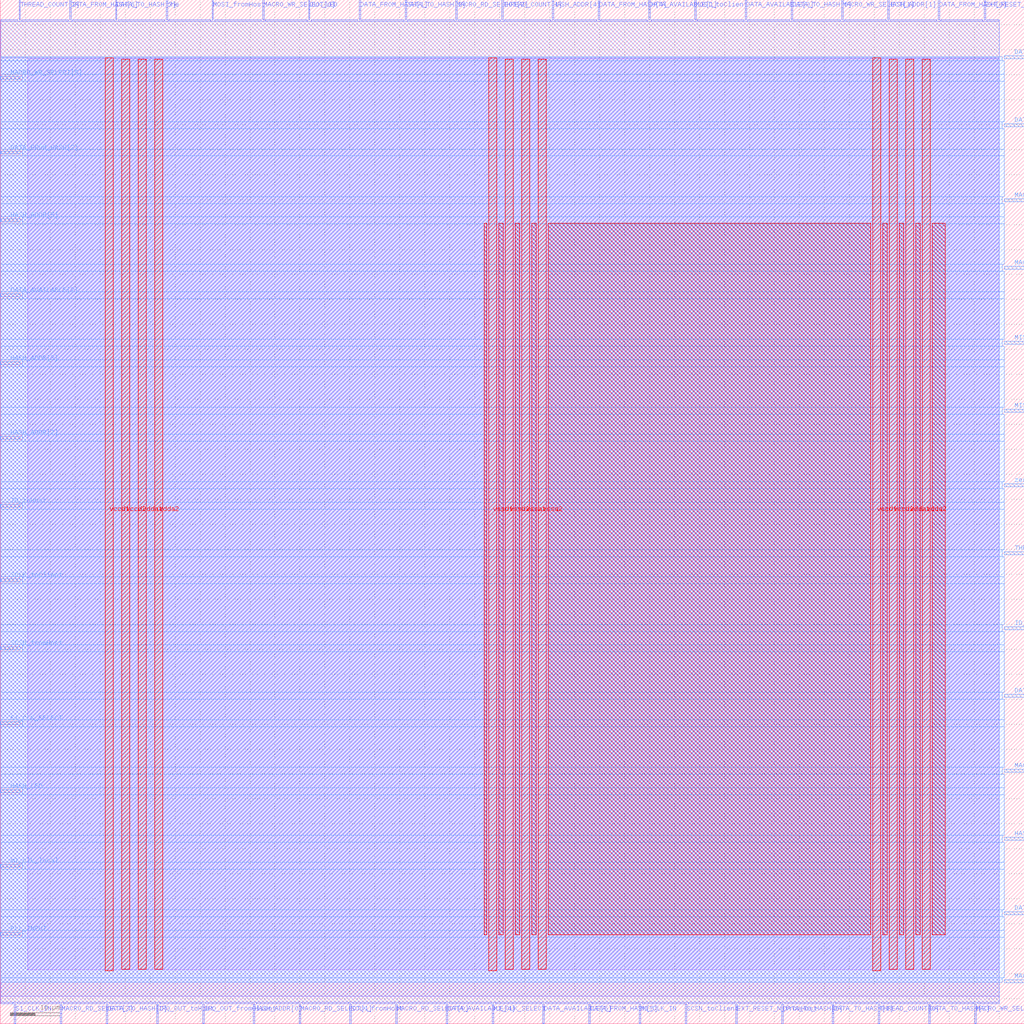
<source format=lef>
VERSION 5.7 ;
  NOWIREEXTENSIONATPIN ON ;
  DIVIDERCHAR "/" ;
  BUSBITCHARS "[]" ;
MACRO decred_controller
  CLASS BLOCK ;
  FOREIGN decred_controller ;
  ORIGIN 0.000 0.000 ;
  SIZE 205.000 BY 205.000 ;
  PIN CLK_LED
    DIRECTION OUTPUT TRISTATE ;
    USE SIGNAL ;
    PORT
      LAYER met2 ;
        RECT 61.730 201.000 62.010 205.000 ;
    END
  END CLK_LED
  PIN DATA_AVAILABLE[0]
    DIRECTION INPUT ;
    USE SIGNAL ;
    PORT
      LAYER met2 ;
        RECT 149.130 201.000 149.410 205.000 ;
    END
  END DATA_AVAILABLE[0]
  PIN DATA_AVAILABLE[1]
    DIRECTION INPUT ;
    USE SIGNAL ;
    PORT
      LAYER met2 ;
        RECT 129.810 201.000 130.090 205.000 ;
    END
  END DATA_AVAILABLE[1]
  PIN DATA_AVAILABLE[2]
    DIRECTION INPUT ;
    USE SIGNAL ;
    PORT
      LAYER met3 ;
        RECT 0.000 145.560 4.000 146.160 ;
    END
  END DATA_AVAILABLE[2]
  PIN DATA_AVAILABLE[3]
    DIRECTION INPUT ;
    USE SIGNAL ;
    PORT
      LAYER met3 ;
        RECT 201.000 193.160 205.000 193.760 ;
    END
  END DATA_AVAILABLE[3]
  PIN DATA_AVAILABLE[4]
    DIRECTION INPUT ;
    USE SIGNAL ;
    PORT
      LAYER met2 ;
        RECT 89.330 0.000 89.610 4.000 ;
    END
  END DATA_AVAILABLE[4]
  PIN DATA_AVAILABLE[5]
    DIRECTION INPUT ;
    USE SIGNAL ;
    PORT
      LAYER met2 ;
        RECT 108.650 0.000 108.930 4.000 ;
    END
  END DATA_AVAILABLE[5]
  PIN DATA_FROM_HASH[0]
    DIRECTION INPUT ;
    USE SIGNAL ;
    PORT
      LAYER met2 ;
        RECT 187.770 201.000 188.050 205.000 ;
    END
  END DATA_FROM_HASH[0]
  PIN DATA_FROM_HASH[1]
    DIRECTION INPUT ;
    USE SIGNAL ;
    PORT
      LAYER met2 ;
        RECT 71.850 201.000 72.130 205.000 ;
    END
  END DATA_FROM_HASH[1]
  PIN DATA_FROM_HASH[2]
    DIRECTION INPUT ;
    USE SIGNAL ;
    PORT
      LAYER met3 ;
        RECT 0.000 174.120 4.000 174.720 ;
    END
  END DATA_FROM_HASH[2]
  PIN DATA_FROM_HASH[3]
    DIRECTION INPUT ;
    USE SIGNAL ;
    PORT
      LAYER met3 ;
        RECT 201.000 21.800 205.000 22.400 ;
    END
  END DATA_FROM_HASH[3]
  PIN DATA_FROM_HASH[4]
    DIRECTION INPUT ;
    USE SIGNAL ;
    PORT
      LAYER met2 ;
        RECT 119.690 201.000 119.970 205.000 ;
    END
  END DATA_FROM_HASH[4]
  PIN DATA_FROM_HASH[5]
    DIRECTION INPUT ;
    USE SIGNAL ;
    PORT
      LAYER met2 ;
        RECT 117.850 0.000 118.130 4.000 ;
    END
  END DATA_FROM_HASH[5]
  PIN DATA_FROM_HASH[6]
    DIRECTION INPUT ;
    USE SIGNAL ;
    PORT
      LAYER met2 ;
        RECT 13.890 201.000 14.170 205.000 ;
    END
  END DATA_FROM_HASH[6]
  PIN DATA_FROM_HASH[7]
    DIRECTION INPUT ;
    USE SIGNAL ;
    PORT
      LAYER met3 ;
        RECT 201.000 179.560 205.000 180.160 ;
    END
  END DATA_FROM_HASH[7]
  PIN DATA_TO_HASH[0]
    DIRECTION OUTPUT TRISTATE ;
    USE SIGNAL ;
    PORT
      LAYER met2 ;
        RECT 21.250 0.000 21.530 4.000 ;
    END
  END DATA_TO_HASH[0]
  PIN DATA_TO_HASH[1]
    DIRECTION OUTPUT TRISTATE ;
    USE SIGNAL ;
    PORT
      LAYER met2 ;
        RECT 166.610 0.000 166.890 4.000 ;
    END
  END DATA_TO_HASH[1]
  PIN DATA_TO_HASH[2]
    DIRECTION OUTPUT TRISTATE ;
    USE SIGNAL ;
    PORT
      LAYER met2 ;
        RECT 81.050 201.000 81.330 205.000 ;
    END
  END DATA_TO_HASH[2]
  PIN DATA_TO_HASH[3]
    DIRECTION OUTPUT TRISTATE ;
    USE SIGNAL ;
    PORT
      LAYER met2 ;
        RECT 185.930 0.000 186.210 4.000 ;
    END
  END DATA_TO_HASH[3]
  PIN DATA_TO_HASH[4]
    DIRECTION OUTPUT TRISTATE ;
    USE SIGNAL ;
    PORT
      LAYER met3 ;
        RECT 201.000 65.320 205.000 65.920 ;
    END
  END DATA_TO_HASH[4]
  PIN DATA_TO_HASH[5]
    DIRECTION OUTPUT TRISTATE ;
    USE SIGNAL ;
    PORT
      LAYER met2 ;
        RECT 156.490 0.000 156.770 4.000 ;
    END
  END DATA_TO_HASH[5]
  PIN DATA_TO_HASH[6]
    DIRECTION OUTPUT TRISTATE ;
    USE SIGNAL ;
    PORT
      LAYER met2 ;
        RECT 158.330 201.000 158.610 205.000 ;
    END
  END DATA_TO_HASH[6]
  PIN DATA_TO_HASH[7]
    DIRECTION OUTPUT TRISTATE ;
    USE SIGNAL ;
    PORT
      LAYER met2 ;
        RECT 23.090 201.000 23.370 205.000 ;
    END
  END DATA_TO_HASH[7]
  PIN EXT_RESET_N_fromHost
    DIRECTION INPUT ;
    USE SIGNAL ;
    PORT
      LAYER met2 ;
        RECT 147.290 0.000 147.570 4.000 ;
    END
  END EXT_RESET_N_fromHost
  PIN EXT_RESET_N_toClient
    DIRECTION OUTPUT TRISTATE ;
    USE SIGNAL ;
    PORT
      LAYER met2 ;
        RECT 196.970 201.000 197.250 205.000 ;
    END
  END EXT_RESET_N_toClient
  PIN HASH_ADDR[0]
    DIRECTION OUTPUT TRISTATE ;
    USE SIGNAL ;
    PORT
      LAYER met2 ;
        RECT 50.690 0.000 50.970 4.000 ;
    END
  END HASH_ADDR[0]
  PIN HASH_ADDR[1]
    DIRECTION OUTPUT TRISTATE ;
    USE SIGNAL ;
    PORT
      LAYER met2 ;
        RECT 177.650 201.000 177.930 205.000 ;
    END
  END HASH_ADDR[1]
  PIN HASH_ADDR[2]
    DIRECTION OUTPUT TRISTATE ;
    USE SIGNAL ;
    PORT
      LAYER met3 ;
        RECT 0.000 117.000 4.000 117.600 ;
    END
  END HASH_ADDR[2]
  PIN HASH_ADDR[3]
    DIRECTION OUTPUT TRISTATE ;
    USE SIGNAL ;
    PORT
      LAYER met3 ;
        RECT 0.000 131.960 4.000 132.560 ;
    END
  END HASH_ADDR[3]
  PIN HASH_ADDR[4]
    DIRECTION OUTPUT TRISTATE ;
    USE SIGNAL ;
    PORT
      LAYER met2 ;
        RECT 110.490 201.000 110.770 205.000 ;
    END
  END HASH_ADDR[4]
  PIN HASH_ADDR[5]
    DIRECTION OUTPUT TRISTATE ;
    USE SIGNAL ;
    PORT
      LAYER met3 ;
        RECT 0.000 160.520 4.000 161.120 ;
    END
  END HASH_ADDR[5]
  PIN HASH_EN
    DIRECTION OUTPUT TRISTATE ;
    USE SIGNAL ;
    PORT
      LAYER met3 ;
        RECT 201.000 36.760 205.000 37.360 ;
    END
  END HASH_EN
  PIN HASH_LED
    DIRECTION OUTPUT TRISTATE ;
    USE SIGNAL ;
    PORT
      LAYER met3 ;
        RECT 0.000 46.280 4.000 46.880 ;
    END
  END HASH_LED
  PIN ID_fromClient
    DIRECTION INPUT ;
    USE SIGNAL ;
    PORT
      LAYER met3 ;
        RECT 201.000 78.920 205.000 79.520 ;
    END
  END ID_fromClient
  PIN ID_toHost
    DIRECTION OUTPUT TRISTATE ;
    USE SIGNAL ;
    PORT
      LAYER met3 ;
        RECT 0.000 103.400 4.000 104.000 ;
    END
  END ID_toHost
  PIN IRQ_OUT_fromClient
    DIRECTION INPUT ;
    USE SIGNAL ;
    PORT
      LAYER met2 ;
        RECT 40.570 0.000 40.850 4.000 ;
    END
  END IRQ_OUT_fromClient
  PIN IRQ_OUT_toHost
    DIRECTION OUTPUT TRISTATE ;
    USE SIGNAL ;
    PORT
      LAYER met2 ;
        RECT 31.370 0.000 31.650 4.000 ;
    END
  END IRQ_OUT_toHost
  PIN M1_CLK_IN
    DIRECTION INPUT ;
    USE SIGNAL ;
    PORT
      LAYER met2 ;
        RECT 127.970 0.000 128.250 4.000 ;
    END
  END M1_CLK_IN
  PIN M1_CLK_SELECT
    DIRECTION INPUT ;
    USE SIGNAL ;
    PORT
      LAYER met2 ;
        RECT 98.530 0.000 98.810 4.000 ;
    END
  END M1_CLK_SELECT
  PIN MACRO_RD_SELECT[0]
    DIRECTION OUTPUT TRISTATE ;
    USE SIGNAL ;
    PORT
      LAYER met2 ;
        RECT 79.210 0.000 79.490 4.000 ;
    END
  END MACRO_RD_SELECT[0]
  PIN MACRO_RD_SELECT[1]
    DIRECTION OUTPUT TRISTATE ;
    USE SIGNAL ;
    PORT
      LAYER met2 ;
        RECT 59.890 0.000 60.170 4.000 ;
    END
  END MACRO_RD_SELECT[1]
  PIN MACRO_RD_SELECT[2]
    DIRECTION OUTPUT TRISTATE ;
    USE SIGNAL ;
    PORT
      LAYER met2 ;
        RECT 91.170 201.000 91.450 205.000 ;
    END
  END MACRO_RD_SELECT[2]
  PIN MACRO_RD_SELECT[3]
    DIRECTION OUTPUT TRISTATE ;
    USE SIGNAL ;
    PORT
      LAYER met2 ;
        RECT 12.050 0.000 12.330 4.000 ;
    END
  END MACRO_RD_SELECT[3]
  PIN MACRO_RD_SELECT[4]
    DIRECTION OUTPUT TRISTATE ;
    USE SIGNAL ;
    PORT
      LAYER met3 ;
        RECT 201.000 164.600 205.000 165.200 ;
    END
  END MACRO_RD_SELECT[4]
  PIN MACRO_RD_SELECT[5]
    DIRECTION OUTPUT TRISTATE ;
    USE SIGNAL ;
    PORT
      LAYER met3 ;
        RECT 201.000 8.200 205.000 8.800 ;
    END
  END MACRO_RD_SELECT[5]
  PIN MACRO_WR_SELECT[0]
    DIRECTION OUTPUT TRISTATE ;
    USE SIGNAL ;
    PORT
      LAYER met2 ;
        RECT 52.530 201.000 52.810 205.000 ;
    END
  END MACRO_WR_SELECT[0]
  PIN MACRO_WR_SELECT[1]
    DIRECTION OUTPUT TRISTATE ;
    USE SIGNAL ;
    PORT
      LAYER met2 ;
        RECT 168.450 201.000 168.730 205.000 ;
    END
  END MACRO_WR_SELECT[1]
  PIN MACRO_WR_SELECT[2]
    DIRECTION OUTPUT TRISTATE ;
    USE SIGNAL ;
    PORT
      LAYER met3 ;
        RECT 201.000 151.000 205.000 151.600 ;
    END
  END MACRO_WR_SELECT[2]
  PIN MACRO_WR_SELECT[3]
    DIRECTION OUTPUT TRISTATE ;
    USE SIGNAL ;
    PORT
      LAYER met3 ;
        RECT 201.000 50.360 205.000 50.960 ;
    END
  END MACRO_WR_SELECT[3]
  PIN MACRO_WR_SELECT[4]
    DIRECTION OUTPUT TRISTATE ;
    USE SIGNAL ;
    PORT
      LAYER met2 ;
        RECT 195.130 0.000 195.410 4.000 ;
    END
  END MACRO_WR_SELECT[4]
  PIN MACRO_WR_SELECT[5]
    DIRECTION OUTPUT TRISTATE ;
    USE SIGNAL ;
    PORT
      LAYER met3 ;
        RECT 0.000 189.080 4.000 189.680 ;
    END
  END MACRO_WR_SELECT[5]
  PIN MISO_fromClient
    DIRECTION INPUT ;
    USE SIGNAL ;
    PORT
      LAYER met3 ;
        RECT 201.000 136.040 205.000 136.640 ;
    END
  END MISO_fromClient
  PIN MISO_toHost
    DIRECTION OUTPUT TRISTATE ;
    USE SIGNAL ;
    PORT
      LAYER met3 ;
        RECT 201.000 122.440 205.000 123.040 ;
    END
  END MISO_toHost
  PIN MOSI_fromHost
    DIRECTION INPUT ;
    USE SIGNAL ;
    PORT
      LAYER met2 ;
        RECT 42.410 201.000 42.690 205.000 ;
    END
  END MOSI_fromHost
  PIN MOSI_toClient
    DIRECTION OUTPUT TRISTATE ;
    USE SIGNAL ;
    PORT
      LAYER met2 ;
        RECT 139.010 201.000 139.290 205.000 ;
    END
  END MOSI_toClient
  PIN PLL_INPUT
    DIRECTION INPUT ;
    USE SIGNAL ;
    PORT
      LAYER met3 ;
        RECT 0.000 17.720 4.000 18.320 ;
    END
  END PLL_INPUT
  PIN S1_CLK_IN
    DIRECTION INPUT ;
    USE SIGNAL ;
    PORT
      LAYER met2 ;
        RECT 2.850 0.000 3.130 4.000 ;
    END
  END S1_CLK_IN
  PIN S1_CLK_SELECT
    DIRECTION INPUT ;
    USE SIGNAL ;
    PORT
      LAYER met3 ;
        RECT 0.000 59.880 4.000 60.480 ;
    END
  END S1_CLK_SELECT
  PIN SCLK_fromHost
    DIRECTION INPUT ;
    USE SIGNAL ;
    PORT
      LAYER met2 ;
        RECT 70.010 0.000 70.290 4.000 ;
    END
  END SCLK_fromHost
  PIN SCLK_toClient
    DIRECTION OUTPUT TRISTATE ;
    USE SIGNAL ;
    PORT
      LAYER met3 ;
        RECT 0.000 88.440 4.000 89.040 ;
    END
  END SCLK_toClient
  PIN SCSN_fromHost
    DIRECTION INPUT ;
    USE SIGNAL ;
    PORT
      LAYER met3 ;
        RECT 0.000 74.840 4.000 75.440 ;
    END
  END SCSN_fromHost
  PIN SCSN_toClient
    DIRECTION OUTPUT TRISTATE ;
    USE SIGNAL ;
    PORT
      LAYER met2 ;
        RECT 137.170 0.000 137.450 4.000 ;
    END
  END SCSN_toClient
  PIN THREAD_COUNT[0]
    DIRECTION INPUT ;
    USE SIGNAL ;
    PORT
      LAYER met2 ;
        RECT 175.810 0.000 176.090 4.000 ;
    END
  END THREAD_COUNT[0]
  PIN THREAD_COUNT[1]
    DIRECTION INPUT ;
    USE SIGNAL ;
    PORT
      LAYER met2 ;
        RECT 100.370 201.000 100.650 205.000 ;
    END
  END THREAD_COUNT[1]
  PIN THREAD_COUNT[2]
    DIRECTION INPUT ;
    USE SIGNAL ;
    PORT
      LAYER met2 ;
        RECT 3.770 201.000 4.050 205.000 ;
    END
  END THREAD_COUNT[2]
  PIN THREAD_COUNT[3]
    DIRECTION INPUT ;
    USE SIGNAL ;
    PORT
      LAYER met3 ;
        RECT 201.000 93.880 205.000 94.480 ;
    END
  END THREAD_COUNT[3]
  PIN m1_clk_local
    DIRECTION OUTPUT TRISTATE ;
    USE SIGNAL ;
    PORT
      LAYER met3 ;
        RECT 0.000 31.320 4.000 31.920 ;
    END
  END m1_clk_local
  PIN one
    DIRECTION OUTPUT TRISTATE ;
    USE SIGNAL ;
    PORT
      LAYER met2 ;
        RECT 33.210 201.000 33.490 205.000 ;
    END
  END one
  PIN zero
    DIRECTION OUTPUT TRISTATE ;
    USE SIGNAL ;
    PORT
      LAYER met3 ;
        RECT 201.000 107.480 205.000 108.080 ;
    END
  END zero
  PIN vccd1
    DIRECTION INOUT ;
    USE POWER ;
    PORT
      LAYER met4 ;
        RECT 174.640 10.640 176.240 193.360 ;
    END
  END vccd1
  PIN vccd1
    DIRECTION INOUT ;
    USE POWER ;
    PORT
      LAYER met4 ;
        RECT 21.040 10.640 22.640 193.360 ;
    END
  END vccd1
  PIN vssd1
    DIRECTION INOUT ;
    USE GROUND ;
    PORT
      LAYER met4 ;
        RECT 97.840 10.640 99.440 193.360 ;
    END
  END vssd1
  PIN vccd2
    DIRECTION INOUT ;
    USE POWER ;
    PORT
      LAYER met4 ;
        RECT 177.940 10.880 179.540 193.120 ;
    END
  END vccd2
  PIN vccd2
    DIRECTION INOUT ;
    USE POWER ;
    PORT
      LAYER met4 ;
        RECT 24.340 10.880 25.940 193.120 ;
    END
  END vccd2
  PIN vssd2
    DIRECTION INOUT ;
    USE GROUND ;
    PORT
      LAYER met4 ;
        RECT 101.140 10.880 102.740 193.120 ;
    END
  END vssd2
  PIN vdda1
    DIRECTION INOUT ;
    USE POWER ;
    PORT
      LAYER met4 ;
        RECT 181.240 10.880 182.840 193.120 ;
    END
  END vdda1
  PIN vdda1
    DIRECTION INOUT ;
    USE POWER ;
    PORT
      LAYER met4 ;
        RECT 27.640 10.880 29.240 193.120 ;
    END
  END vdda1
  PIN vssa1
    DIRECTION INOUT ;
    USE GROUND ;
    PORT
      LAYER met4 ;
        RECT 104.440 10.880 106.040 193.120 ;
    END
  END vssa1
  PIN vdda2
    DIRECTION INOUT ;
    USE POWER ;
    PORT
      LAYER met4 ;
        RECT 184.540 10.880 186.140 193.120 ;
    END
  END vdda2
  PIN vdda2
    DIRECTION INOUT ;
    USE POWER ;
    PORT
      LAYER met4 ;
        RECT 30.940 10.880 32.540 193.120 ;
    END
  END vdda2
  PIN vssa2
    DIRECTION INOUT ;
    USE GROUND ;
    PORT
      LAYER met4 ;
        RECT 107.740 10.880 109.340 193.120 ;
    END
  END vssa2
  OBS
      LAYER li1 ;
        RECT 5.520 10.795 199.955 193.205 ;
      LAYER met1 ;
        RECT 0.070 5.480 200.030 193.360 ;
      LAYER met2 ;
        RECT 0.090 200.720 3.490 201.000 ;
        RECT 4.330 200.720 13.610 201.000 ;
        RECT 14.450 200.720 22.810 201.000 ;
        RECT 23.650 200.720 32.930 201.000 ;
        RECT 33.770 200.720 42.130 201.000 ;
        RECT 42.970 200.720 52.250 201.000 ;
        RECT 53.090 200.720 61.450 201.000 ;
        RECT 62.290 200.720 71.570 201.000 ;
        RECT 72.410 200.720 80.770 201.000 ;
        RECT 81.610 200.720 90.890 201.000 ;
        RECT 91.730 200.720 100.090 201.000 ;
        RECT 100.930 200.720 110.210 201.000 ;
        RECT 111.050 200.720 119.410 201.000 ;
        RECT 120.250 200.720 129.530 201.000 ;
        RECT 130.370 200.720 138.730 201.000 ;
        RECT 139.570 200.720 148.850 201.000 ;
        RECT 149.690 200.720 158.050 201.000 ;
        RECT 158.890 200.720 168.170 201.000 ;
        RECT 169.010 200.720 177.370 201.000 ;
        RECT 178.210 200.720 187.490 201.000 ;
        RECT 188.330 200.720 196.690 201.000 ;
        RECT 197.530 200.720 200.010 201.000 ;
        RECT 0.090 4.280 200.010 200.720 ;
        RECT 0.090 4.000 2.570 4.280 ;
        RECT 3.410 4.000 11.770 4.280 ;
        RECT 12.610 4.000 20.970 4.280 ;
        RECT 21.810 4.000 31.090 4.280 ;
        RECT 31.930 4.000 40.290 4.280 ;
        RECT 41.130 4.000 50.410 4.280 ;
        RECT 51.250 4.000 59.610 4.280 ;
        RECT 60.450 4.000 69.730 4.280 ;
        RECT 70.570 4.000 78.930 4.280 ;
        RECT 79.770 4.000 89.050 4.280 ;
        RECT 89.890 4.000 98.250 4.280 ;
        RECT 99.090 4.000 108.370 4.280 ;
        RECT 109.210 4.000 117.570 4.280 ;
        RECT 118.410 4.000 127.690 4.280 ;
        RECT 128.530 4.000 136.890 4.280 ;
        RECT 137.730 4.000 147.010 4.280 ;
        RECT 147.850 4.000 156.210 4.280 ;
        RECT 157.050 4.000 166.330 4.280 ;
        RECT 167.170 4.000 175.530 4.280 ;
        RECT 176.370 4.000 185.650 4.280 ;
        RECT 186.490 4.000 194.850 4.280 ;
        RECT 195.690 4.000 200.010 4.280 ;
      LAYER met3 ;
        RECT 0.065 192.760 200.600 193.625 ;
        RECT 0.065 190.080 201.000 192.760 ;
        RECT 4.400 188.680 201.000 190.080 ;
        RECT 0.065 180.560 201.000 188.680 ;
        RECT 0.065 179.160 200.600 180.560 ;
        RECT 0.065 175.120 201.000 179.160 ;
        RECT 4.400 173.720 201.000 175.120 ;
        RECT 0.065 165.600 201.000 173.720 ;
        RECT 0.065 164.200 200.600 165.600 ;
        RECT 0.065 161.520 201.000 164.200 ;
        RECT 4.400 160.120 201.000 161.520 ;
        RECT 0.065 152.000 201.000 160.120 ;
        RECT 0.065 150.600 200.600 152.000 ;
        RECT 0.065 146.560 201.000 150.600 ;
        RECT 4.400 145.160 201.000 146.560 ;
        RECT 0.065 137.040 201.000 145.160 ;
        RECT 0.065 135.640 200.600 137.040 ;
        RECT 0.065 132.960 201.000 135.640 ;
        RECT 4.400 131.560 201.000 132.960 ;
        RECT 0.065 123.440 201.000 131.560 ;
        RECT 0.065 122.040 200.600 123.440 ;
        RECT 0.065 118.000 201.000 122.040 ;
        RECT 4.400 116.600 201.000 118.000 ;
        RECT 0.065 108.480 201.000 116.600 ;
        RECT 0.065 107.080 200.600 108.480 ;
        RECT 0.065 104.400 201.000 107.080 ;
        RECT 4.400 103.000 201.000 104.400 ;
        RECT 0.065 94.880 201.000 103.000 ;
        RECT 0.065 93.480 200.600 94.880 ;
        RECT 0.065 89.440 201.000 93.480 ;
        RECT 4.400 88.040 201.000 89.440 ;
        RECT 0.065 79.920 201.000 88.040 ;
        RECT 0.065 78.520 200.600 79.920 ;
        RECT 0.065 75.840 201.000 78.520 ;
        RECT 4.400 74.440 201.000 75.840 ;
        RECT 0.065 66.320 201.000 74.440 ;
        RECT 0.065 64.920 200.600 66.320 ;
        RECT 0.065 60.880 201.000 64.920 ;
        RECT 4.400 59.480 201.000 60.880 ;
        RECT 0.065 51.360 201.000 59.480 ;
        RECT 0.065 49.960 200.600 51.360 ;
        RECT 0.065 47.280 201.000 49.960 ;
        RECT 4.400 45.880 201.000 47.280 ;
        RECT 0.065 37.760 201.000 45.880 ;
        RECT 0.065 36.360 200.600 37.760 ;
        RECT 0.065 32.320 201.000 36.360 ;
        RECT 4.400 30.920 201.000 32.320 ;
        RECT 0.065 22.800 201.000 30.920 ;
        RECT 0.065 21.400 200.600 22.800 ;
        RECT 0.065 18.720 201.000 21.400 ;
        RECT 4.400 17.320 201.000 18.720 ;
        RECT 0.065 9.200 201.000 17.320 ;
        RECT 0.065 8.335 200.600 9.200 ;
      LAYER met4 ;
        RECT 96.895 17.855 97.440 160.305 ;
        RECT 99.840 17.855 100.740 160.305 ;
        RECT 103.140 17.855 104.040 160.305 ;
        RECT 106.440 17.855 107.340 160.305 ;
        RECT 109.740 17.855 174.240 160.305 ;
        RECT 176.640 17.855 177.540 160.305 ;
        RECT 179.940 17.855 180.840 160.305 ;
        RECT 183.240 17.855 184.140 160.305 ;
        RECT 186.540 17.855 189.225 160.305 ;
  END
END decred_controller
END LIBRARY


</source>
